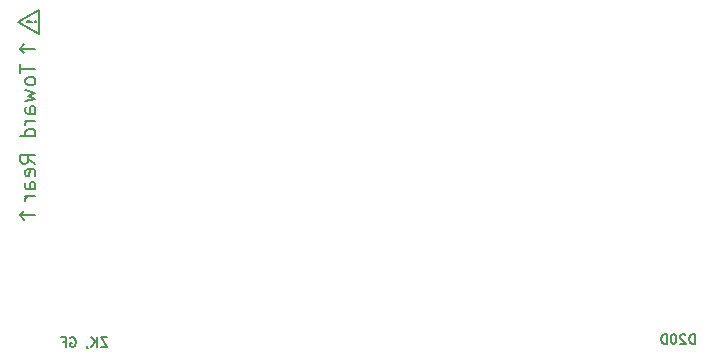
<source format=gbo>
G04 #@! TF.GenerationSoftware,KiCad,Pcbnew,(5.1.10-1-10_14)*
G04 #@! TF.CreationDate,2021-05-31T18:26:27-04:00*
G04 #@! TF.ProjectId,RAM2GS,52414d32-4753-42e6-9b69-6361645f7063,2.0*
G04 #@! TF.SameCoordinates,Original*
G04 #@! TF.FileFunction,Legend,Bot*
G04 #@! TF.FilePolarity,Positive*
%FSLAX46Y46*%
G04 Gerber Fmt 4.6, Leading zero omitted, Abs format (unit mm)*
G04 Created by KiCad (PCBNEW (5.1.10-1-10_14)) date 2021-05-31 18:26:27*
%MOMM*%
%LPD*%
G01*
G04 APERTURE LIST*
%ADD10C,0.203200*%
%ADD11C,0.200000*%
%ADD12C,0.190500*%
%ADD13C,0.100000*%
%ADD14C,2.524900*%
%ADD15C,1.140600*%
%ADD16C,2.150000*%
%ADD17C,1.448000*%
G04 APERTURE END LIST*
D10*
X104771371Y-130542695D02*
X104771371Y-129729895D01*
X104577847Y-129729895D01*
X104461733Y-129768600D01*
X104384323Y-129846009D01*
X104345619Y-129923419D01*
X104306914Y-130078238D01*
X104306914Y-130194352D01*
X104345619Y-130349171D01*
X104384323Y-130426580D01*
X104461733Y-130503990D01*
X104577847Y-130542695D01*
X104771371Y-130542695D01*
X103997276Y-129807304D02*
X103958571Y-129768600D01*
X103881161Y-129729895D01*
X103687638Y-129729895D01*
X103610228Y-129768600D01*
X103571523Y-129807304D01*
X103532819Y-129884714D01*
X103532819Y-129962123D01*
X103571523Y-130078238D01*
X104035980Y-130542695D01*
X103532819Y-130542695D01*
X103029657Y-129729895D02*
X102952247Y-129729895D01*
X102874838Y-129768600D01*
X102836133Y-129807304D01*
X102797428Y-129884714D01*
X102758723Y-130039533D01*
X102758723Y-130233057D01*
X102797428Y-130387876D01*
X102836133Y-130465285D01*
X102874838Y-130503990D01*
X102952247Y-130542695D01*
X103029657Y-130542695D01*
X103107066Y-130503990D01*
X103145771Y-130465285D01*
X103184476Y-130387876D01*
X103223180Y-130233057D01*
X103223180Y-130039533D01*
X103184476Y-129884714D01*
X103145771Y-129807304D01*
X103107066Y-129768600D01*
X103029657Y-129729895D01*
X102410380Y-130542695D02*
X102410380Y-129729895D01*
X102216857Y-129729895D01*
X102100742Y-129768600D01*
X102023333Y-129846009D01*
X101984628Y-129923419D01*
X101945923Y-130078238D01*
X101945923Y-130194352D01*
X101984628Y-130349171D01*
X102023333Y-130426580D01*
X102100742Y-130503990D01*
X102216857Y-130542695D01*
X102410380Y-130542695D01*
D11*
X47625000Y-119634000D02*
X48006000Y-119253000D01*
X47498000Y-103251000D02*
X49276000Y-102235000D01*
X49276000Y-102235000D02*
X49276000Y-104267000D01*
X47625000Y-105537000D02*
X48006000Y-105156000D01*
X48895000Y-105537000D02*
X47625000Y-105537000D01*
X47625000Y-119634000D02*
X48006000Y-120015000D01*
X48895000Y-119634000D02*
X47625000Y-119634000D01*
X47625000Y-105537000D02*
X48006000Y-105918000D01*
X49276000Y-104267000D02*
X47498000Y-103251000D01*
X47691523Y-106873523D02*
X47691523Y-107599238D01*
X48961523Y-107236380D02*
X47691523Y-107236380D01*
X48961523Y-108204000D02*
X48901047Y-108083047D01*
X48840571Y-108022571D01*
X48719619Y-107962095D01*
X48356761Y-107962095D01*
X48235809Y-108022571D01*
X48175333Y-108083047D01*
X48114857Y-108204000D01*
X48114857Y-108385428D01*
X48175333Y-108506380D01*
X48235809Y-108566857D01*
X48356761Y-108627333D01*
X48719619Y-108627333D01*
X48840571Y-108566857D01*
X48901047Y-108506380D01*
X48961523Y-108385428D01*
X48961523Y-108204000D01*
X48114857Y-109050666D02*
X48961523Y-109292571D01*
X48356761Y-109534476D01*
X48961523Y-109776380D01*
X48114857Y-110018285D01*
X48961523Y-111046380D02*
X48296285Y-111046380D01*
X48175333Y-110985904D01*
X48114857Y-110864952D01*
X48114857Y-110623047D01*
X48175333Y-110502095D01*
X48901047Y-111046380D02*
X48961523Y-110925428D01*
X48961523Y-110623047D01*
X48901047Y-110502095D01*
X48780095Y-110441619D01*
X48659142Y-110441619D01*
X48538190Y-110502095D01*
X48477714Y-110623047D01*
X48477714Y-110925428D01*
X48417238Y-111046380D01*
X48961523Y-111651142D02*
X48114857Y-111651142D01*
X48356761Y-111651142D02*
X48235809Y-111711619D01*
X48175333Y-111772095D01*
X48114857Y-111893047D01*
X48114857Y-112014000D01*
X48961523Y-112981619D02*
X47691523Y-112981619D01*
X48901047Y-112981619D02*
X48961523Y-112860666D01*
X48961523Y-112618761D01*
X48901047Y-112497809D01*
X48840571Y-112437333D01*
X48719619Y-112376857D01*
X48356761Y-112376857D01*
X48235809Y-112437333D01*
X48175333Y-112497809D01*
X48114857Y-112618761D01*
X48114857Y-112860666D01*
X48175333Y-112981619D01*
X48961523Y-115279714D02*
X48356761Y-114856380D01*
X48961523Y-114554000D02*
X47691523Y-114554000D01*
X47691523Y-115037809D01*
X47752000Y-115158761D01*
X47812476Y-115219238D01*
X47933428Y-115279714D01*
X48114857Y-115279714D01*
X48235809Y-115219238D01*
X48296285Y-115158761D01*
X48356761Y-115037809D01*
X48356761Y-114554000D01*
X48901047Y-116307809D02*
X48961523Y-116186857D01*
X48961523Y-115944952D01*
X48901047Y-115824000D01*
X48780095Y-115763523D01*
X48296285Y-115763523D01*
X48175333Y-115824000D01*
X48114857Y-115944952D01*
X48114857Y-116186857D01*
X48175333Y-116307809D01*
X48296285Y-116368285D01*
X48417238Y-116368285D01*
X48538190Y-115763523D01*
X48961523Y-117456857D02*
X48296285Y-117456857D01*
X48175333Y-117396380D01*
X48114857Y-117275428D01*
X48114857Y-117033523D01*
X48175333Y-116912571D01*
X48901047Y-117456857D02*
X48961523Y-117335904D01*
X48961523Y-117033523D01*
X48901047Y-116912571D01*
X48780095Y-116852095D01*
X48659142Y-116852095D01*
X48538190Y-116912571D01*
X48477714Y-117033523D01*
X48477714Y-117335904D01*
X48417238Y-117456857D01*
X48961523Y-118061619D02*
X48114857Y-118061619D01*
X48356761Y-118061619D02*
X48235809Y-118122095D01*
X48175333Y-118182571D01*
X48114857Y-118303523D01*
X48114857Y-118424476D01*
D12*
X48913142Y-103251000D02*
X48949428Y-103287285D01*
X48985714Y-103251000D01*
X48949428Y-103214714D01*
X48913142Y-103251000D01*
X48985714Y-103251000D01*
X48695428Y-103251000D02*
X48260000Y-103214714D01*
X48223714Y-103251000D01*
X48260000Y-103287285D01*
X48695428Y-103251000D01*
X48223714Y-103251000D01*
D10*
X55021238Y-129983895D02*
X54479371Y-129983895D01*
X55021238Y-130796695D01*
X54479371Y-130796695D01*
X54169733Y-130796695D02*
X54169733Y-129983895D01*
X53705276Y-130796695D02*
X54053619Y-130332238D01*
X53705276Y-129983895D02*
X54169733Y-130448352D01*
X53318228Y-130757990D02*
X53318228Y-130796695D01*
X53356933Y-130874104D01*
X53395638Y-130912809D01*
X51924857Y-130022600D02*
X52002266Y-129983895D01*
X52118380Y-129983895D01*
X52234495Y-130022600D01*
X52311904Y-130100009D01*
X52350609Y-130177419D01*
X52389314Y-130332238D01*
X52389314Y-130448352D01*
X52350609Y-130603171D01*
X52311904Y-130680580D01*
X52234495Y-130757990D01*
X52118380Y-130796695D01*
X52040971Y-130796695D01*
X51924857Y-130757990D01*
X51886152Y-130719285D01*
X51886152Y-130448352D01*
X52040971Y-130448352D01*
X51266876Y-130370942D02*
X51537809Y-130370942D01*
X51537809Y-130796695D02*
X51537809Y-129983895D01*
X51150761Y-129983895D01*
%LPC*%
D13*
G36*
X113538000Y-139446000D02*
G01*
X113030000Y-139954000D01*
X55626000Y-139954000D01*
X55118000Y-139446000D01*
X55118000Y-132080000D01*
X113538000Y-132080000D01*
X113538000Y-139446000D01*
G37*
D14*
X106617090Y-100965987D03*
X103024987Y-104558090D03*
X98983872Y-100516974D03*
X102575974Y-96924872D03*
D15*
X100779923Y-98720923D03*
X105449656Y-104827497D03*
X106886497Y-103390656D03*
G36*
G01*
X110161000Y-138608500D02*
X110161000Y-131955500D01*
G75*
G02*
X110579500Y-131537000I418500J0D01*
G01*
X111416500Y-131537000D01*
G75*
G02*
X111835000Y-131955500I0J-418500D01*
G01*
X111835000Y-138608500D01*
G75*
G02*
X111416500Y-139027000I-418500J0D01*
G01*
X110579500Y-139027000D01*
G75*
G02*
X110161000Y-138608500I0J418500D01*
G01*
G37*
G36*
G01*
X107621000Y-138608500D02*
X107621000Y-131955500D01*
G75*
G02*
X108039500Y-131537000I418500J0D01*
G01*
X108876500Y-131537000D01*
G75*
G02*
X109295000Y-131955500I0J-418500D01*
G01*
X109295000Y-138608500D01*
G75*
G02*
X108876500Y-139027000I-418500J0D01*
G01*
X108039500Y-139027000D01*
G75*
G02*
X107621000Y-138608500I0J418500D01*
G01*
G37*
G36*
G01*
X105081000Y-138608500D02*
X105081000Y-131955500D01*
G75*
G02*
X105499500Y-131537000I418500J0D01*
G01*
X106336500Y-131537000D01*
G75*
G02*
X106755000Y-131955500I0J-418500D01*
G01*
X106755000Y-138608500D01*
G75*
G02*
X106336500Y-139027000I-418500J0D01*
G01*
X105499500Y-139027000D01*
G75*
G02*
X105081000Y-138608500I0J418500D01*
G01*
G37*
G36*
G01*
X102541000Y-138608500D02*
X102541000Y-131955500D01*
G75*
G02*
X102959500Y-131537000I418500J0D01*
G01*
X103796500Y-131537000D01*
G75*
G02*
X104215000Y-131955500I0J-418500D01*
G01*
X104215000Y-138608500D01*
G75*
G02*
X103796500Y-139027000I-418500J0D01*
G01*
X102959500Y-139027000D01*
G75*
G02*
X102541000Y-138608500I0J418500D01*
G01*
G37*
G36*
G01*
X100001000Y-138608500D02*
X100001000Y-131955500D01*
G75*
G02*
X100419500Y-131537000I418500J0D01*
G01*
X101256500Y-131537000D01*
G75*
G02*
X101675000Y-131955500I0J-418500D01*
G01*
X101675000Y-138608500D01*
G75*
G02*
X101256500Y-139027000I-418500J0D01*
G01*
X100419500Y-139027000D01*
G75*
G02*
X100001000Y-138608500I0J418500D01*
G01*
G37*
G36*
G01*
X97461000Y-138608500D02*
X97461000Y-131955500D01*
G75*
G02*
X97879500Y-131537000I418500J0D01*
G01*
X98716500Y-131537000D01*
G75*
G02*
X99135000Y-131955500I0J-418500D01*
G01*
X99135000Y-138608500D01*
G75*
G02*
X98716500Y-139027000I-418500J0D01*
G01*
X97879500Y-139027000D01*
G75*
G02*
X97461000Y-138608500I0J418500D01*
G01*
G37*
G36*
G01*
X94921000Y-138608500D02*
X94921000Y-131955500D01*
G75*
G02*
X95339500Y-131537000I418500J0D01*
G01*
X96176500Y-131537000D01*
G75*
G02*
X96595000Y-131955500I0J-418500D01*
G01*
X96595000Y-138608500D01*
G75*
G02*
X96176500Y-139027000I-418500J0D01*
G01*
X95339500Y-139027000D01*
G75*
G02*
X94921000Y-138608500I0J418500D01*
G01*
G37*
G36*
G01*
X92381000Y-138608500D02*
X92381000Y-131955500D01*
G75*
G02*
X92799500Y-131537000I418500J0D01*
G01*
X93636500Y-131537000D01*
G75*
G02*
X94055000Y-131955500I0J-418500D01*
G01*
X94055000Y-138608500D01*
G75*
G02*
X93636500Y-139027000I-418500J0D01*
G01*
X92799500Y-139027000D01*
G75*
G02*
X92381000Y-138608500I0J418500D01*
G01*
G37*
G36*
G01*
X89841000Y-138608500D02*
X89841000Y-131955500D01*
G75*
G02*
X90259500Y-131537000I418500J0D01*
G01*
X91096500Y-131537000D01*
G75*
G02*
X91515000Y-131955500I0J-418500D01*
G01*
X91515000Y-138608500D01*
G75*
G02*
X91096500Y-139027000I-418500J0D01*
G01*
X90259500Y-139027000D01*
G75*
G02*
X89841000Y-138608500I0J418500D01*
G01*
G37*
G36*
G01*
X87301000Y-138608500D02*
X87301000Y-131955500D01*
G75*
G02*
X87719500Y-131537000I418500J0D01*
G01*
X88556500Y-131537000D01*
G75*
G02*
X88975000Y-131955500I0J-418500D01*
G01*
X88975000Y-138608500D01*
G75*
G02*
X88556500Y-139027000I-418500J0D01*
G01*
X87719500Y-139027000D01*
G75*
G02*
X87301000Y-138608500I0J418500D01*
G01*
G37*
G36*
G01*
X84761000Y-138608500D02*
X84761000Y-131955500D01*
G75*
G02*
X85179500Y-131537000I418500J0D01*
G01*
X86016500Y-131537000D01*
G75*
G02*
X86435000Y-131955500I0J-418500D01*
G01*
X86435000Y-138608500D01*
G75*
G02*
X86016500Y-139027000I-418500J0D01*
G01*
X85179500Y-139027000D01*
G75*
G02*
X84761000Y-138608500I0J418500D01*
G01*
G37*
G36*
G01*
X82221000Y-138608500D02*
X82221000Y-131955500D01*
G75*
G02*
X82639500Y-131537000I418500J0D01*
G01*
X83476500Y-131537000D01*
G75*
G02*
X83895000Y-131955500I0J-418500D01*
G01*
X83895000Y-138608500D01*
G75*
G02*
X83476500Y-139027000I-418500J0D01*
G01*
X82639500Y-139027000D01*
G75*
G02*
X82221000Y-138608500I0J418500D01*
G01*
G37*
G36*
G01*
X79681000Y-138608500D02*
X79681000Y-131955500D01*
G75*
G02*
X80099500Y-131537000I418500J0D01*
G01*
X80936500Y-131537000D01*
G75*
G02*
X81355000Y-131955500I0J-418500D01*
G01*
X81355000Y-138608500D01*
G75*
G02*
X80936500Y-139027000I-418500J0D01*
G01*
X80099500Y-139027000D01*
G75*
G02*
X79681000Y-138608500I0J418500D01*
G01*
G37*
G36*
G01*
X77141000Y-138608500D02*
X77141000Y-131955500D01*
G75*
G02*
X77559500Y-131537000I418500J0D01*
G01*
X78396500Y-131537000D01*
G75*
G02*
X78815000Y-131955500I0J-418500D01*
G01*
X78815000Y-138608500D01*
G75*
G02*
X78396500Y-139027000I-418500J0D01*
G01*
X77559500Y-139027000D01*
G75*
G02*
X77141000Y-138608500I0J418500D01*
G01*
G37*
G36*
G01*
X74601000Y-138608500D02*
X74601000Y-131955500D01*
G75*
G02*
X75019500Y-131537000I418500J0D01*
G01*
X75856500Y-131537000D01*
G75*
G02*
X76275000Y-131955500I0J-418500D01*
G01*
X76275000Y-138608500D01*
G75*
G02*
X75856500Y-139027000I-418500J0D01*
G01*
X75019500Y-139027000D01*
G75*
G02*
X74601000Y-138608500I0J418500D01*
G01*
G37*
G36*
G01*
X72061000Y-138608500D02*
X72061000Y-131955500D01*
G75*
G02*
X72479500Y-131537000I418500J0D01*
G01*
X73316500Y-131537000D01*
G75*
G02*
X73735000Y-131955500I0J-418500D01*
G01*
X73735000Y-138608500D01*
G75*
G02*
X73316500Y-139027000I-418500J0D01*
G01*
X72479500Y-139027000D01*
G75*
G02*
X72061000Y-138608500I0J418500D01*
G01*
G37*
G36*
G01*
X69521000Y-138608500D02*
X69521000Y-131955500D01*
G75*
G02*
X69939500Y-131537000I418500J0D01*
G01*
X70776500Y-131537000D01*
G75*
G02*
X71195000Y-131955500I0J-418500D01*
G01*
X71195000Y-138608500D01*
G75*
G02*
X70776500Y-139027000I-418500J0D01*
G01*
X69939500Y-139027000D01*
G75*
G02*
X69521000Y-138608500I0J418500D01*
G01*
G37*
G36*
G01*
X66981000Y-138608500D02*
X66981000Y-131955500D01*
G75*
G02*
X67399500Y-131537000I418500J0D01*
G01*
X68236500Y-131537000D01*
G75*
G02*
X68655000Y-131955500I0J-418500D01*
G01*
X68655000Y-138608500D01*
G75*
G02*
X68236500Y-139027000I-418500J0D01*
G01*
X67399500Y-139027000D01*
G75*
G02*
X66981000Y-138608500I0J418500D01*
G01*
G37*
G36*
G01*
X64441000Y-138608500D02*
X64441000Y-131955500D01*
G75*
G02*
X64859500Y-131537000I418500J0D01*
G01*
X65696500Y-131537000D01*
G75*
G02*
X66115000Y-131955500I0J-418500D01*
G01*
X66115000Y-138608500D01*
G75*
G02*
X65696500Y-139027000I-418500J0D01*
G01*
X64859500Y-139027000D01*
G75*
G02*
X64441000Y-138608500I0J418500D01*
G01*
G37*
G36*
G01*
X61901000Y-138608500D02*
X61901000Y-131955500D01*
G75*
G02*
X62319500Y-131537000I418500J0D01*
G01*
X63156500Y-131537000D01*
G75*
G02*
X63575000Y-131955500I0J-418500D01*
G01*
X63575000Y-138608500D01*
G75*
G02*
X63156500Y-139027000I-418500J0D01*
G01*
X62319500Y-139027000D01*
G75*
G02*
X61901000Y-138608500I0J418500D01*
G01*
G37*
G36*
G01*
X59361000Y-138608500D02*
X59361000Y-131955500D01*
G75*
G02*
X59779500Y-131537000I418500J0D01*
G01*
X60616500Y-131537000D01*
G75*
G02*
X61035000Y-131955500I0J-418500D01*
G01*
X61035000Y-138608500D01*
G75*
G02*
X60616500Y-139027000I-418500J0D01*
G01*
X59779500Y-139027000D01*
G75*
G02*
X59361000Y-138608500I0J418500D01*
G01*
G37*
G36*
G01*
X56821000Y-138608500D02*
X56821000Y-131955500D01*
G75*
G02*
X57239500Y-131537000I418500J0D01*
G01*
X58076500Y-131537000D01*
G75*
G02*
X58495000Y-131955500I0J-418500D01*
G01*
X58495000Y-138608500D01*
G75*
G02*
X58076500Y-139027000I-418500J0D01*
G01*
X57239500Y-139027000D01*
G75*
G02*
X56821000Y-138608500I0J418500D01*
G01*
G37*
D16*
X110998000Y-130175000D03*
D17*
X48514000Y-93726000D03*
X102870000Y-93726000D03*
X48514000Y-129540000D03*
X111506000Y-115189000D03*
M02*

</source>
